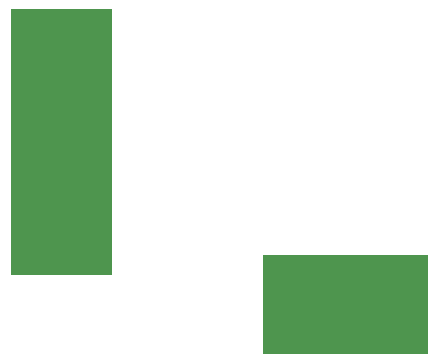
<source format=gbr>
G04 #@! TF.GenerationSoftware,KiCad,Pcbnew,9.0.1*
G04 #@! TF.CreationDate,2025-05-24T21:42:49+02:00*
G04 #@! TF.ProjectId,spiral flex,73706972-616c-4206-966c-65782e6b6963,rev?*
G04 #@! TF.SameCoordinates,Original*
G04 #@! TF.FileFunction,Other,User*
%FSLAX46Y46*%
G04 Gerber Fmt 4.6, Leading zero omitted, Abs format (unit mm)*
G04 Created by KiCad (PCBNEW 9.0.1) date 2025-05-24 21:42:49*
%MOMM*%
%LPD*%
G01*
G04 APERTURE LIST*
%ADD10C,0.100000*%
G04 APERTURE END LIST*
D10*
X135570000Y-94177768D02*
X149470000Y-94177768D01*
X149470000Y-102477768D01*
X135570000Y-102477768D01*
X135570000Y-94177768D01*
G36*
X135570000Y-94177768D02*
G01*
X149470000Y-94177768D01*
X149470000Y-102477768D01*
X135570000Y-102477768D01*
X135570000Y-94177768D01*
G37*
X114250000Y-73375000D02*
X122750000Y-73375000D01*
X122750000Y-95825000D01*
X114250000Y-95825000D01*
X114250000Y-73375000D01*
G36*
X114250000Y-73375000D02*
G01*
X122750000Y-73375000D01*
X122750000Y-95825000D01*
X114250000Y-95825000D01*
X114250000Y-73375000D01*
G37*
M02*

</source>
